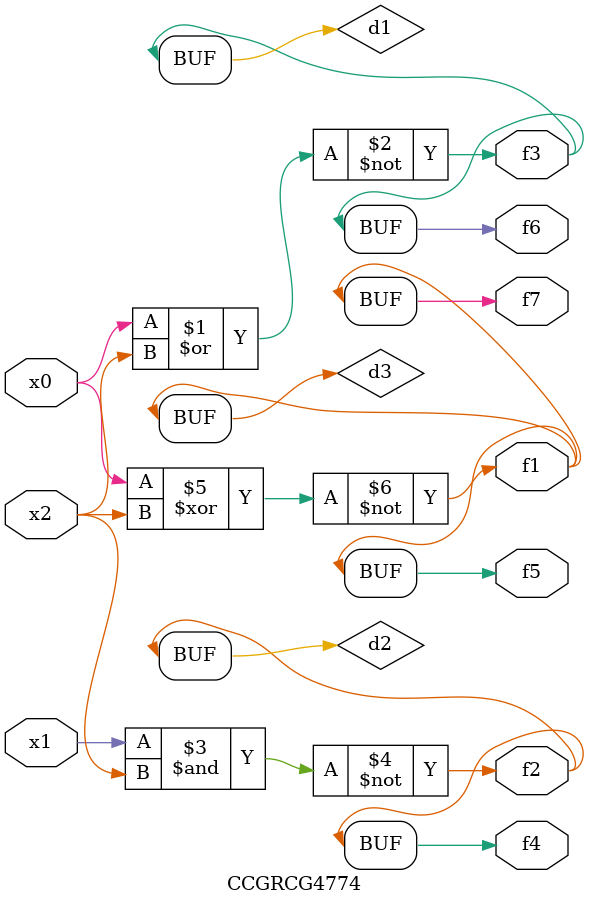
<source format=v>
module CCGRCG4774(
	input x0, x1, x2,
	output f1, f2, f3, f4, f5, f6, f7
);

	wire d1, d2, d3;

	nor (d1, x0, x2);
	nand (d2, x1, x2);
	xnor (d3, x0, x2);
	assign f1 = d3;
	assign f2 = d2;
	assign f3 = d1;
	assign f4 = d2;
	assign f5 = d3;
	assign f6 = d1;
	assign f7 = d3;
endmodule

</source>
